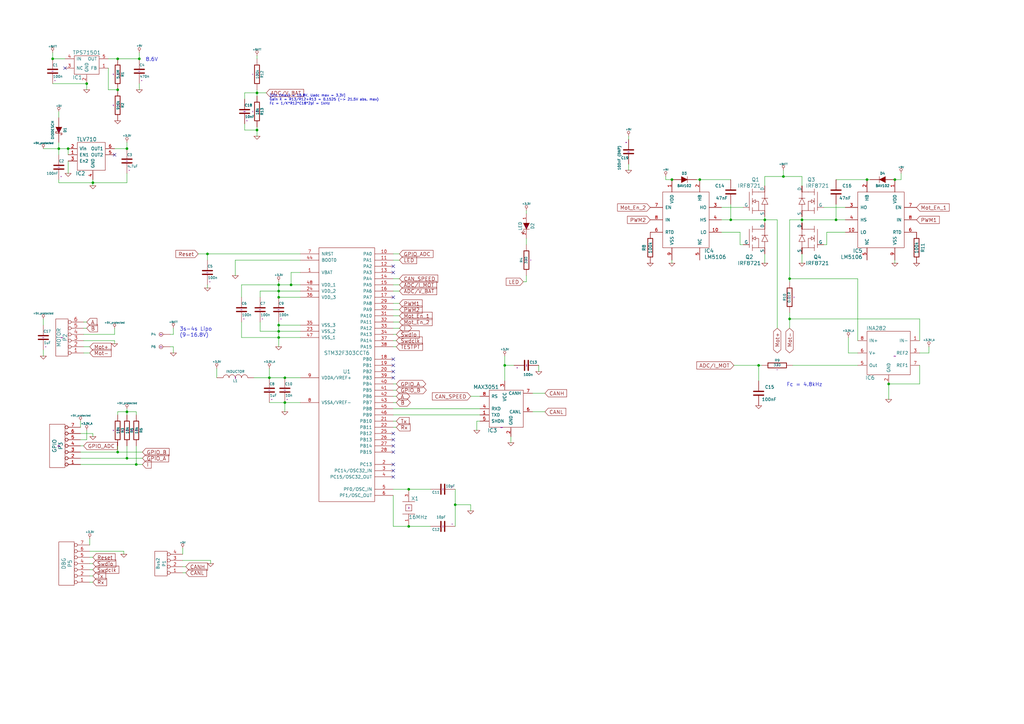
<source format=kicad_sch>
(kicad_sch (version 20230121) (generator eeschema)
  (paper "A3")
  (title_block (title "Motor control board") (date "11 apr 2015") (rev "V00") (company "CVRA"))
  (junction (at 119.38 116.84))
  (junction (at 116.84 165.1))
  (junction (at 167.64 200.66))
  (junction (at 38.1 74.93))
  (junction (at 114.3 135.89))
  (junction (at 207.01 149.86))
  (junction (at 275.59 73.66))
  (junction (at 52.07 60.96))
  (junction (at 355.6 73.66))
  (junction (at 342.9 90.17))
  (junction (at 167.64 215.9))
  (junction (at 323.85 114.3))
  (junction (at 114.3 116.84))
  (junction (at 105.41 53.34))
  (junction (at 328.93 90.17))
  (junction (at 110.49 154.94))
  (junction (at 364.49 157.48))
  (junction (at 52.07 168.91))
  (junction (at 114.3 121.92))
  (junction (at 55.88 190.5))
  (junction (at 114.3 119.38))
  (junction (at 287.02 73.66))
  (junction (at 299.72 90.17))
  (junction (at 27.94 60.96))
  (junction (at 114.3 138.43))
  (junction (at 105.41 38.1))
  (junction (at 57.15 24.13))
  (junction (at 367.03 73.66))
  (junction (at 21.59 24.13))
  (junction (at 24.13 60.96))
  (junction (at 35.56 34.29))
  (junction (at 48.26 185.42))
  (junction (at 48.26 24.13))
  (junction (at 321.31 72.39))
  (junction (at 311.15 149.86))
  (junction (at 313.69 90.17))
  (junction (at 48.26 36.83))
  (junction (at 186.69 207.01))
  (junction (at 323.85 130.81))
  (junction (at 116.84 154.94))
  (junction (at 52.07 187.96))
  (junction (at 114.3 133.35))
  (junction (at 85.09 104.14))
  (no_connect (at 161.29 195.58))
  (no_connect (at 161.29 182.88))
  (no_connect (at 161.29 152.4))
  (no_connect (at 161.29 109.22))
  (no_connect (at 161.29 154.94))
  (no_connect (at 161.29 147.32))
  (no_connect (at 161.29 121.92))
  (no_connect (at 161.29 111.76))
  (no_connect (at 26.67 27.94))
  (no_connect (at 161.29 180.34))
  (no_connect (at 46.99 63.5))
  (no_connect (at 161.29 177.8))
  (no_connect (at 161.29 185.42))
  (no_connect (at 161.29 190.5))
  (no_connect (at 161.29 193.04))
  (no_connect (at 161.29 149.86))
  (wire (pts (xy 100.33 38.1) (xy 100.33 40.64)))
  (wire (pts (xy 46.99 137.16) (xy 46.99 134.62)))
  (wire (pts (xy 273.05 73.66) (xy 275.59 73.66)))
  (wire (pts (xy 24.13 74.93) (xy 38.1 74.93)))
  (wire (pts (xy 369.57 73.66) (xy 367.03 73.66)))
  (wire (pts (xy 36.83 236.22) (xy 38.1 236.22)))
  (wire (pts (xy 163.83 134.62) (xy 161.29 134.62)))
  (wire (pts (xy 313.69 88.9) (xy 313.69 90.17)))
  (wire (pts (xy 299.72 90.17) (xy 313.69 90.17)))
  (wire (pts (xy 323.85 130.81) (xy 323.85 134.62)))
  (wire (pts (xy 318.77 90.17) (xy 318.77 134.62)))
  (wire (pts (xy 74.93 234.95) (xy 76.2 234.95)))
  (wire (pts (xy 163.83 114.3) (xy 161.29 114.3)))
  (wire (pts (xy 114.3 133.35) (xy 114.3 135.89)))
  (wire (pts (xy 351.79 149.86) (xy 325.12 149.86)))
  (wire (pts (xy 207.01 149.86) (xy 207.01 156.21)))
  (wire (pts (xy 214.63 115.57) (xy 215.9 115.57)))
  (wire (pts (xy 105.41 53.34) (xy 105.41 55.88)))
  (wire (pts (xy 52.07 74.93) (xy 52.07 71.12)))
  (wire (pts (xy 347.98 144.78) (xy 347.98 138.43)))
  (wire (pts (xy 36.83 228.6) (xy 38.1 228.6)))
  (wire (pts (xy 27.94 66.04) (xy 27.94 71.12)))
  (wire (pts (xy 162.56 162.56) (xy 161.29 162.56)))
  (wire (pts (xy 351.79 144.78) (xy 347.98 144.78)))
  (wire (pts (xy 114.3 138.43) (xy 114.3 142.24)))
  (wire (pts (xy 285.75 73.66) (xy 287.02 73.66)))
  (wire (pts (xy 311.15 156.21) (xy 311.15 149.86)))
  (wire (pts (xy 313.69 104.14) (xy 313.69 107.95)))
  (wire (pts (xy 52.07 168.91) (xy 55.88 168.91)))
  (wire (pts (xy 328.93 90.17) (xy 328.93 91.44)))
  (wire (pts (xy 85.09 118.11) (xy 85.09 116.84)))
  (wire (pts (xy 163.83 132.08) (xy 161.29 132.08)))
  (wire (pts (xy 34.29 137.16) (xy 46.99 137.16)))
  (wire (pts (xy 167.64 200.66) (xy 176.53 200.66)))
  (wire (pts (xy 161.29 215.9) (xy 167.64 215.9)))
  (wire (pts (xy 71.12 137.16) (xy 71.12 134.62)))
  (wire (pts (xy 88.9 151.13) (xy 88.9 154.94)))
  (wire (pts (xy 110.49 165.1) (xy 116.84 165.1)))
  (wire (pts (xy 99.06 116.84) (xy 114.3 116.84)))
  (wire (pts (xy 38.1 179.07) (xy 38.1 177.8)))
  (wire (pts (xy 99.06 138.43) (xy 99.06 132.08)))
  (wire (pts (xy 193.04 162.56) (xy 196.85 162.56)))
  (wire (pts (xy 161.29 167.64) (xy 196.85 167.64)))
  (wire (pts (xy 46.99 140.97) (xy 46.99 139.7)))
  (wire (pts (xy 295.91 85.09) (xy 304.8 85.09)))
  (wire (pts (xy 34.29 142.24) (xy 36.83 142.24)))
  (wire (pts (xy 119.38 111.76) (xy 123.19 111.76)))
  (wire (pts (xy 119.38 116.84) (xy 123.19 116.84)))
  (wire (pts (xy 328.93 88.9) (xy 328.93 90.17)))
  (wire (pts (xy 81.28 104.14) (xy 85.09 104.14)))
  (wire (pts (xy 377.19 144.78) (xy 381 144.78)))
  (wire (pts (xy 323.85 90.17) (xy 328.93 90.17)))
  (wire (pts (xy 99.06 138.43) (xy 114.3 138.43)))
  (wire (pts (xy 116.84 165.1) (xy 116.84 168.91)))
  (wire (pts (xy 48.26 168.91) (xy 52.07 168.91)))
  (wire (pts (xy 34.29 182.88) (xy 33.02 182.88)))
  (wire (pts (xy 162.56 175.26) (xy 161.29 175.26)))
  (wire (pts (xy 273.05 72.39) (xy 273.05 73.66)))
  (wire (pts (xy 38.1 177.8) (xy 33.02 177.8)))
  (wire (pts (xy 116.84 165.1) (xy 123.19 165.1)))
  (wire (pts (xy 44.45 36.83) (xy 48.26 36.83)))
  (wire (pts (xy 48.26 182.88) (xy 48.26 185.42)))
  (wire (pts (xy 17.78 133.35) (xy 17.78 130.81)))
  (wire (pts (xy 207.01 149.86) (xy 210.82 149.86)))
  (wire (pts (xy 24.13 45.72) (xy 24.13 48.26)))
  (wire (pts (xy 55.88 190.5) (xy 58.42 190.5)))
  (wire (pts (xy 161.29 106.68) (xy 163.83 106.68)))
  (wire (pts (xy 313.69 72.39) (xy 321.31 72.39)))
  (wire (pts (xy 220.98 149.86) (xy 220.98 152.4)))
  (wire (pts (xy 17.78 146.05) (xy 17.78 143.51)))
  (wire (pts (xy 99.06 116.84) (xy 99.06 121.92)))
  (wire (pts (xy 114.3 135.89) (xy 114.3 138.43)))
  (wire (pts (xy 114.3 121.92) (xy 123.19 121.92)))
  (wire (pts (xy 114.3 135.89) (xy 123.19 135.89)))
  (wire (pts (xy 323.85 90.17) (xy 323.85 114.3)))
  (wire (pts (xy 46.99 139.7) (xy 34.29 139.7)))
  (wire (pts (xy 69.85 137.16) (xy 71.12 137.16)))
  (wire (pts (xy 116.84 154.94) (xy 123.19 154.94)))
  (wire (pts (xy 303.53 95.25) (xy 295.91 95.25)))
  (wire (pts (xy 163.83 124.46) (xy 161.29 124.46)))
  (wire (pts (xy 328.93 72.39) (xy 328.93 76.2)))
  (wire (pts (xy 24.13 74.93) (xy 24.13 73.66)))
  (wire (pts (xy 257.81 55.88) (xy 257.81 57.15)))
  (wire (pts (xy 162.56 142.24) (xy 161.29 142.24)))
  (wire (pts (xy 50.8 226.06) (xy 50.8 227.33)))
  (wire (pts (xy 110.49 151.13) (xy 110.49 154.94)))
  (wire (pts (xy 52.07 168.91) (xy 52.07 170.18)))
  (wire (pts (xy 119.38 116.84) (xy 119.38 111.76)))
  (wire (pts (xy 351.79 139.7) (xy 351.79 114.3)))
  (wire (pts (xy 339.09 95.25) (xy 339.09 100.33)))
  (wire (pts (xy 100.33 53.34) (xy 105.41 53.34)))
  (wire (pts (xy 106.68 119.38) (xy 106.68 121.92)))
  (wire (pts (xy 364.49 157.48) (xy 377.19 157.48)))
  (wire (pts (xy 57.15 24.13) (xy 57.15 21.59)))
  (wire (pts (xy 105.41 36.83) (xy 105.41 38.1)))
  (wire (pts (xy 38.1 74.93) (xy 52.07 74.93)))
  (wire (pts (xy 24.13 60.96) (xy 24.13 63.5)))
  (wire (pts (xy 36.83 226.06) (xy 50.8 226.06)))
  (wire (pts (xy 328.93 90.17) (xy 342.9 90.17)))
  (wire (pts (xy 162.56 139.7) (xy 161.29 139.7)))
  (wire (pts (xy 46.99 60.96) (xy 52.07 60.96)))
  (wire (pts (xy 193.04 207.01) (xy 186.69 207.01)))
  (wire (pts (xy 351.79 114.3) (xy 323.85 114.3)))
  (wire (pts (xy 323.85 114.3) (xy 323.85 115.57)))
  (wire (pts (xy 299.72 83.82) (xy 299.72 90.17)))
  (wire (pts (xy 52.07 187.96) (xy 58.42 187.96)))
  (wire (pts (xy 74.93 227.33) (xy 74.93 224.79)))
  (wire (pts (xy 209.55 179.07) (xy 209.55 181.61)))
  (wire (pts (xy 114.3 115.57) (xy 114.3 116.84)))
  (wire (pts (xy 367.03 106.68) (xy 367.03 107.95)))
  (wire (pts (xy 161.29 203.2) (xy 161.29 215.9)))
  (wire (pts (xy 17.78 60.96) (xy 24.13 60.96)))
  (wire (pts (xy 123.19 106.68) (xy 96.52 106.68)))
  (wire (pts (xy 163.83 119.38) (xy 161.29 119.38)))
  (wire (pts (xy 114.3 119.38) (xy 123.19 119.38)))
  (wire (pts (xy 86.36 229.87) (xy 86.36 231.14)))
  (wire (pts (xy 215.9 86.36) (xy 215.9 87.63)))
  (wire (pts (xy 114.3 132.08) (xy 114.3 133.35)))
  (wire (pts (xy 35.56 34.29) (xy 21.59 34.29)))
  (wire (pts (xy 74.93 232.41) (xy 76.2 232.41)))
  (wire (pts (xy 377.19 130.81) (xy 323.85 130.81)))
  (wire (pts (xy 55.88 182.88) (xy 55.88 190.5)))
  (wire (pts (xy 300.99 149.86) (xy 311.15 149.86)))
  (wire (pts (xy 85.09 104.14) (xy 123.19 104.14)))
  (wire (pts (xy 52.07 60.96) (xy 52.07 58.42)))
  (wire (pts (xy 105.41 38.1) (xy 105.41 39.37)))
  (wire (pts (xy 114.3 138.43) (xy 123.19 138.43)))
  (wire (pts (xy 381 144.78) (xy 381 142.24)))
  (wire (pts (xy 161.29 200.66) (xy 167.64 200.66)))
  (wire (pts (xy 52.07 182.88) (xy 52.07 187.96)))
  (wire (pts (xy 193.04 209.55) (xy 193.04 207.01)))
  (wire (pts (xy 215.9 115.57) (xy 215.9 113.03)))
  (wire (pts (xy 114.3 119.38) (xy 114.3 121.92)))
  (wire (pts (xy 36.83 238.76) (xy 38.1 238.76)))
  (wire (pts (xy 48.26 24.13) (xy 57.15 24.13)))
  (wire (pts (xy 96.52 106.68) (xy 96.52 113.03)))
  (wire (pts (xy 24.13 58.42) (xy 24.13 60.96)))
  (wire (pts (xy 105.41 38.1) (xy 109.22 38.1)))
  (wire (pts (xy 295.91 90.17) (xy 299.72 90.17)))
  (wire (pts (xy 218.44 168.91) (xy 223.52 168.91)))
  (wire (pts (xy 342.9 73.66) (xy 355.6 73.66)))
  (wire (pts (xy 34.29 132.08) (xy 35.56 132.08)))
  (wire (pts (xy 106.68 135.89) (xy 114.3 135.89)))
  (wire (pts (xy 27.94 60.96) (xy 27.94 63.5)))
  (wire (pts (xy 33.02 190.5) (xy 55.88 190.5)))
  (wire (pts (xy 313.69 72.39) (xy 313.69 76.2)))
  (wire (pts (xy 33.02 180.34) (xy 35.56 180.34)))
  (wire (pts (xy 85.09 104.14) (xy 85.09 106.68)))
  (wire (pts (xy 323.85 128.27) (xy 323.85 130.81)))
  (wire (pts (xy 162.56 157.48) (xy 161.29 157.48)))
  (wire (pts (xy 34.29 144.78) (xy 36.83 144.78)))
  (wire (pts (xy 186.69 200.66) (xy 186.69 207.01)))
  (wire (pts (xy 339.09 100.33) (xy 337.82 100.33)))
  (wire (pts (xy 369.57 71.12) (xy 369.57 73.66)))
  (wire (pts (xy 342.9 90.17) (xy 346.71 90.17)))
  (wire (pts (xy 163.83 129.54) (xy 161.29 129.54)))
  (wire (pts (xy 57.15 34.29) (xy 57.15 36.83)))
  (wire (pts (xy 196.85 172.72) (xy 195.58 172.72)))
  (wire (pts (xy 71.12 142.24) (xy 71.12 144.78)))
  (wire (pts (xy 162.56 137.16) (xy 161.29 137.16)))
  (wire (pts (xy 196.85 170.18) (xy 161.29 170.18)))
  (wire (pts (xy 33.02 187.96) (xy 52.07 187.96)))
  (wire (pts (xy 36.83 233.68) (xy 38.1 233.68)))
  (wire (pts (xy 104.14 154.94) (xy 110.49 154.94)))
  (wire (pts (xy 257.81 67.31) (xy 257.81 69.85)))
  (wire (pts (xy 311.15 149.86) (xy 312.42 149.86)))
  (wire (pts (xy 21.59 24.13) (xy 21.59 21.59)))
  (wire (pts (xy 364.49 157.48) (xy 364.49 163.83)))
  (wire (pts (xy 44.45 24.13) (xy 48.26 24.13)))
  (wire (pts (xy 35.56 34.29) (xy 35.56 36.83)))
  (wire (pts (xy 303.53 100.33) (xy 304.8 100.33)))
  (wire (pts (xy 321.31 72.39) (xy 328.93 72.39)))
  (wire (pts (xy 114.3 116.84) (xy 119.38 116.84)))
  (wire (pts (xy 44.45 27.94) (xy 44.45 36.83)))
  (wire (pts (xy 162.56 172.72) (xy 161.29 172.72)))
  (wire (pts (xy 163.83 127) (xy 161.29 127)))
  (wire (pts (xy 123.19 133.35) (xy 114.3 133.35)))
  (wire (pts (xy 321.31 72.39) (xy 321.31 69.85)))
  (wire (pts (xy 313.69 90.17) (xy 313.69 91.44)))
  (wire (pts (xy 33.02 175.26) (xy 33.02 172.72)))
  (wire (pts (xy 35.56 180.34) (xy 35.56 176.53)))
  (wire (pts (xy 186.69 207.01) (xy 186.69 215.9)))
  (wire (pts (xy 106.68 135.89) (xy 106.68 132.08)))
  (wire (pts (xy 55.88 168.91) (xy 55.88 170.18)))
  (wire (pts (xy 26.67 24.13) (xy 21.59 24.13)))
  (wire (pts (xy 105.41 52.07) (xy 105.41 53.34)))
  (wire (pts (xy 33.02 185.42) (xy 48.26 185.42)))
  (wire (pts (xy 167.64 215.9) (xy 176.53 215.9)))
  (wire (pts (xy 114.3 116.84) (xy 114.3 119.38)))
  (wire (pts (xy 38.1 73.66) (xy 38.1 74.93)))
  (wire (pts (xy 34.29 134.62) (xy 35.56 134.62)))
  (wire (pts (xy 346.71 85.09) (xy 337.82 85.09)))
  (wire (pts (xy 328.93 104.14) (xy 328.93 107.95)))
  (wire (pts (xy 36.83 231.14) (xy 38.1 231.14)))
  (wire (pts (xy 100.33 50.8) (xy 100.33 53.34)))
  (wire (pts (xy 377.19 139.7) (xy 377.19 130.81)))
  (wire (pts (xy 303.53 95.25) (xy 303.53 100.33)))
  (wire (pts (xy 52.07 167.64) (xy 52.07 168.91)))
  (wire (pts (xy 106.68 119.38) (xy 114.3 119.38)))
  (wire (pts (xy 105.41 22.86) (xy 105.41 24.13)))
  (wire (pts (xy 48.26 185.42) (xy 58.42 185.42)))
  (wire (pts (xy 346.71 95.25) (xy 339.09 95.25)))
  (wire (pts (xy 48.26 170.18) (xy 48.26 168.91)))
  (wire (pts (xy 36.83 223.52) (xy 36.83 220.98)))
  (wire (pts (xy 207.01 146.05) (xy 207.01 149.86)))
  (wire (pts (xy 195.58 172.72) (xy 195.58 176.53)))
  (wire (pts (xy 355.6 73.66) (xy 356.87 73.66)))
  (wire (pts (xy 287.02 73.66) (xy 299.72 73.66)))
  (wire (pts (xy 163.83 104.14) (xy 161.29 104.14)))
  (wire (pts (xy 38.1 74.93) (xy 38.1 76.2)))
  (wire (pts (xy 275.59 106.68) (xy 275.59 107.95)))
  (wire (pts (xy 218.44 161.29) (xy 223.52 161.29)))
  (wire (pts (xy 342.9 90.17) (xy 342.9 83.82)))
  (wire (pts (xy 74.93 229.87) (xy 86.36 229.87)))
  (wire (pts (xy 69.85 142.24) (xy 71.12 142.24)))
  (wire (pts (xy 162.56 160.02) (xy 161.29 160.02)))
  (wire (pts (xy 163.83 116.84) (xy 161.29 116.84)))
  (wire (pts (xy 377.19 157.48) (xy 377.19 149.86)))
  (wire (pts (xy 162.56 165.1) (xy 161.29 165.1)))
  (wire (pts (xy 110.49 154.94) (xy 116.84 154.94)))
  (wire (pts (xy 24.13 60.96) (xy 27.94 60.96)))
  (wire (pts (xy 313.69 90.17) (xy 318.77 90.17)))
  (wire (pts (xy 215.9 97.79) (xy 215.9 100.33)))
  (wire (pts (xy 100.33 38.1) (xy 105.41 38.1)))
  (text "3s-4s Lipo\n(9-16.8V)" (at 73.66 138.43 0) (effects (font (size 1.524 1.524)) (justify left bottom)))
  (text "Fc = 4.8kHz" (at 322.58 158.75 0) (effects (font (size 1.524 1.524)) (justify left bottom)))
  (text "[Uin (max) = 16.8V, Uadc max = 3.3V]\nGain K = R13/R12+R13 = 0.1525 (-> 21.5V abs. max)\nFc = 1/K*R12*C18*2pi = 1kHz" (at 110.49 43.18 0) (effects (font (size 1.016 1.016)) (justify left bottom)))
  (text "8.6V" (at 59.69 25.4 0) (effects (font (size 1.524 1.524)) (justify left bottom)))
  (global_label "Mot-" (shape bidirectional) (at 323.85 134.62 270) (effects (font (size 1.524 1.524))) (property "Intersheetrefs" "${INTERSHEET_REFS}" (effects hide)))
  (global_label "ADC/V_BAT" (shape input) (at 109.22 38.1 0) (effects (font (size 1.524 1.524))) (property "Intersheetrefs" "${INTERSHEET_REFS}" (effects hide)))
  (global_label "GPIO_A" (shape bidirectional) (at 162.56 157.48 0) (effects (font (size 1.524 1.524))) (property "Intersheetrefs" "${INTERSHEET_REFS}" (effects hide)))
  (global_label "GPIO_B" (shape input) (at 58.42 185.42 0) (effects (font (size 1.524 1.524))) (property "Intersheetrefs" "${INTERSHEET_REFS}" (effects hide)))
  (global_label "B" (shape input) (at 35.56 134.62 0) (effects (font (size 1.524 1.524))) (property "Intersheetrefs" "${INTERSHEET_REFS}" (effects hide)))
  (global_label "Mot_En_2" (shape input) (at 163.83 132.08 0) (effects (font (size 1.524 1.524))) (property "Intersheetrefs" "${INTERSHEET_REFS}" (effects hide)))
  (global_label "I" (shape bidirectional) (at 163.83 134.62 0) (effects (font (size 1.524 1.524))) (property "Intersheetrefs" "${INTERSHEET_REFS}" (effects hide)))
  (global_label "Rx" (shape input) (at 38.1 238.76 0) (effects (font (size 1.524 1.524))) (property "Intersheetrefs" "${INTERSHEET_REFS}" (effects hide)))
  (global_label "Reset" (shape input) (at 81.28 104.14 180) (effects (font (size 1.524 1.524))) (property "Intersheetrefs" "${INTERSHEET_REFS}" (effects hide)))
  (global_label "PWM1" (shape input) (at 163.83 124.46 0) (effects (font (size 1.524 1.524))) (property "Intersheetrefs" "${INTERSHEET_REFS}" (effects hide)))
  (global_label "A" (shape input) (at 35.56 132.08 0) (effects (font (size 1.524 1.524))) (property "Intersheetrefs" "${INTERSHEET_REFS}" (effects hide)))
  (global_label "Swdclk" (shape input) (at 162.56 139.7 0) (effects (font (size 1.524 1.524))) (property "Intersheetrefs" "${INTERSHEET_REFS}" (effects hide)))
  (global_label "CANL" (shape input) (at 223.52 168.91 0) (effects (font (size 1.524 1.524))) (property "Intersheetrefs" "${INTERSHEET_REFS}" (effects hide)))
  (global_label "Mot_En_1" (shape input) (at 375.92 85.09 0) (effects (font (size 1.524 1.524))) (property "Intersheetrefs" "${INTERSHEET_REFS}" (effects hide)))
  (global_label "ADC/I_MOT" (shape input) (at 163.83 116.84 0) (effects (font (size 1.524 1.524))) (property "Intersheetrefs" "${INTERSHEET_REFS}" (effects hide)))
  (global_label "Swdio" (shape input) (at 162.56 137.16 0) (effects (font (size 1.524 1.524))) (property "Intersheetrefs" "${INTERSHEET_REFS}" (effects hide)))
  (global_label "ADC/I_MOT" (shape input) (at 300.99 149.86 180) (effects (font (size 1.524 1.524))) (property "Intersheetrefs" "${INTERSHEET_REFS}" (effects hide)))
  (global_label "A" (shape bidirectional) (at 162.56 162.56 0) (effects (font (size 1.524 1.524))) (property "Intersheetrefs" "${INTERSHEET_REFS}" (effects hide)))
  (global_label "PWM2" (shape input) (at 266.7 90.17 180) (effects (font (size 1.524 1.524))) (property "Intersheetrefs" "${INTERSHEET_REFS}" (effects hide)))
  (global_label "Reset" (shape input) (at 38.1 228.6 0) (effects (font (size 1.524 1.524))) (property "Intersheetrefs" "${INTERSHEET_REFS}" (effects hide)))
  (global_label "ADC/V_BAT" (shape input) (at 163.83 119.38 0) (effects (font (size 1.524 1.524))) (property "Intersheetrefs" "${INTERSHEET_REFS}" (effects hide)))
  (global_label "GPIO_ADC" (shape input) (at 163.83 104.14 0) (effects (font (size 1.524 1.524))) (property "Intersheetrefs" "${INTERSHEET_REFS}" (effects hide)))
  (global_label "Swdclk" (shape input) (at 38.1 233.68 0) (effects (font (size 1.524 1.524))) (property "Intersheetrefs" "${INTERSHEET_REFS}" (effects hide)))
  (global_label "GPIO_B" (shape bidirectional) (at 162.56 160.02 0) (effects (font (size 1.524 1.524))) (property "Intersheetrefs" "${INTERSHEET_REFS}" (effects hide)))
  (global_label "Tx" (shape input) (at 38.1 236.22 0) (effects (font (size 1.524 1.524))) (property "Intersheetrefs" "${INTERSHEET_REFS}" (effects hide)))
  (global_label "Rx" (shape input) (at 162.56 175.26 0) (effects (font (size 1.524 1.524))) (property "Intersheetrefs" "${INTERSHEET_REFS}" (effects hide)))
  (global_label "CANH" (shape input) (at 223.52 161.29 0) (effects (font (size 1.524 1.524))) (property "Intersheetrefs" "${INTERSHEET_REFS}" (effects hide)))
  (global_label "Mot-" (shape input) (at 36.83 144.78 0) (effects (font (size 1.524 1.524))) (property "Intersheetrefs" "${INTERSHEET_REFS}" (effects hide)))
  (global_label "PWM1" (shape input) (at 375.92 90.17 0) (effects (font (size 1.524 1.524))) (property "Intersheetrefs" "${INTERSHEET_REFS}" (effects hide)))
  (global_label "I" (shape input) (at 58.42 190.5 0) (effects (font (size 1.524 1.524))) (property "Intersheetrefs" "${INTERSHEET_REFS}" (effects hide)))
  (global_label "CANL" (shape input) (at 76.2 234.95 0) (effects (font (size 1.524 1.524))) (property "Intersheetrefs" "${INTERSHEET_REFS}" (effects hide)))
  (global_label "Mot_En_1" (shape input) (at 163.83 129.54 0) (effects (font (size 1.524 1.524))) (property "Intersheetrefs" "${INTERSHEET_REFS}" (effects hide)))
  (global_label "Mot+" (shape bidirectional) (at 318.77 134.62 270) (effects (font (size 1.524 1.524))) (property "Intersheetrefs" "${INTERSHEET_REFS}" (effects hide)))
  (global_label "CANH" (shape input) (at 76.2 232.41 0) (effects (font (size 1.524 1.524))) (property "Intersheetrefs" "${INTERSHEET_REFS}" (effects hide)))
  (global_label "LED" (shape input) (at 214.63 115.57 180) (effects (font (size 1.524 1.524))) (property "Intersheetrefs" "${INTERSHEET_REFS}" (effects hide)))
  (global_label "LED" (shape input) (at 163.83 106.68 0) (effects (font (size 1.524 1.524))) (property "Intersheetrefs" "${INTERSHEET_REFS}" (effects hide)))
  (global_label "GPIO_ADC" (shape input) (at 34.29 182.88 0) (effects (font (size 1.524 1.524))) (property "Intersheetrefs" "${INTERSHEET_REFS}" (effects hide)))
  (global_label "Mot_En_2" (shape input) (at 266.7 85.09 180) (effects (font (size 1.524 1.524))) (property "Intersheetrefs" "${INTERSHEET_REFS}" (effects hide)))
  (global_label "CAN_SPEED" (shape input) (at 163.83 114.3 0) (effects (font (size 1.524 1.524))) (property "Intersheetrefs" "${INTERSHEET_REFS}" (effects hide)))
  (global_label "TESTPT" (shape input) (at 162.56 142.24 0) (effects (font (size 1.524 1.524))) (property "Intersheetrefs" "${INTERSHEET_REFS}" (effects hide)))
  (global_label "PWM2" (shape input) (at 163.83 127 0) (effects (font (size 1.524 1.524))) (property "Intersheetrefs" "${INTERSHEET_REFS}" (effects hide)))
  (global_label "Tx" (shape input) (at 162.56 172.72 0) (effects (font (size 1.524 1.524))) (property "Intersheetrefs" "${INTERSHEET_REFS}" (effects hide)))
  (global_label "CAN_SPEED" (shape input) (at 193.04 162.56 180) (effects (font (size 1.524 1.524))) (property "Intersheetrefs" "${INTERSHEET_REFS}" (effects hide)))
  (global_label "Swdio" (shape input) (at 38.1 231.14 0) (effects (font (size 1.524 1.524))) (property "Intersheetrefs" "${INTERSHEET_REFS}" (effects hide)))
  (global_label "B" (shape bidirectional) (at 162.56 165.1 0) (effects (font (size 1.524 1.524))) (property "Intersheetrefs" "${INTERSHEET_REFS}" (effects hide)))
  (global_label "GPIO_A" (shape input) (at 58.42 187.96 0) (effects (font (size 1.524 1.524))) (property "Intersheetrefs" "${INTERSHEET_REFS}" (effects hide)))
  (global_label "Mot+" (shape input) (at 36.83 142.24 0) (effects (font (size 1.524 1.524))) (property "Intersheetrefs" "${INTERSHEET_REFS}" (effects hide)))
  (symbol (lib_id "Moteur-rescue:INA282") (at 364.49 144.78 0) (unit 1)
    (property "Reference" "IC6" (at 356.87 154.94 0) (effects (font (size 1.524 1.524))))
    (property "Value" "INA282" (at 359.41 134.62 0) (effects (font (size 1.524 1.524))))
    (property "Footprint" "~" (at 367.03 146.05 0) (effects (font (size 1.524 1.524))))
    (property "Datasheet" "~" (at 367.03 146.05 0) (effects (font (size 1.524 1.524))))
  )
  (symbol (lib_id "Moteur-rescue:TLV710") (at 36.83 67.31 0) (unit 1)
    (property "Reference" "IC2" (at 33.02 71.12 0) (effects (font (size 1.524 1.524))))
    (property "Value" "TLV710" (at 35.56 57.15 0) (effects (font (size 1.524 1.524))))
  )
  (symbol (lib_id "Moteur-rescue:C") (at 24.13 68.58 0) (unit 1)
    (property "Reference" "C2" (at 24.13 66.04 0) (effects (font (size 1.016 1.016)) (justify left)))
    (property "Value" "100nF" (at 19.05 71.12 0) (effects (font (size 1.016 1.016)) (justify left)))
    (property "Footprint" "~" (at 25.0952 72.39 0) (effects (font (size 0.762 0.762))))
    (property "Datasheet" "~" (at 24.13 68.58 0) (effects (font (size 1.524 1.524))))
  )
  (symbol (lib_id "Moteur-rescue:C") (at 52.07 66.04 0) (unit 1)
    (property "Reference" "C3" (at 52.07 63.5 0) (effects (font (size 1.016 1.016)) (justify left)))
    (property "Value" "4.7uF" (at 52.2224 68.199 0) (effects (font (size 1.016 1.016)) (justify left)))
    (property "Footprint" "~" (at 53.0352 69.85 0) (effects (font (size 0.762 0.762))))
    (property "Datasheet" "~" (at 52.07 66.04 0) (effects (font (size 1.524 1.524))))
  )
  (symbol (lib_id "Moteur-rescue:GND") (at 38.1 76.2 0) (unit 1)
    (property "Reference" "#PWR01" (effects hide))
    (property "Value" "GND" (effects hide))
  )
  (symbol (lib_id "Moteur-rescue:STM32F303CCT6") (at 142.24 153.67 0) (unit 1)
    (property "Reference" "U1" (at 142.24 152.4 0) (effects (font (size 1.524 1.524))))
    (property "Value" "STM32F303CCT6" (at 142.24 144.78 0) (effects (font (size 1.524 1.524))))
    (property "Footprint" "MODULE" (effects hide))
    (property "Datasheet" "DOCUMENTATION" (effects hide))
  )
  (symbol (lib_id "Moteur-rescue:+3.3V") (at 36.83 220.98 0) (unit 1)
    (property "Reference" "#PWR02" (effects hide))
    (property "Value" "+3.3V" (at 36.83 218.186 0) (effects (font (size 0.762 0.762))))
  )
  (symbol (lib_id "Moteur-rescue:DIODE") (at 280.67 73.66 0) (unit 1)
    (property "Reference" "D3" (at 280.67 71.12 0) (effects (font (size 1.016 1.016))))
    (property "Value" "BAV102" (at 280.67 76.2 0) (effects (font (size 1.016 1.016))))
    (property "Footprint" "diode-1-SOD80C" (effects hide))
  )
  (symbol (lib_id "Moteur-rescue:C") (at 299.72 78.74 0) (mirror y) (unit 1)
    (property "Reference" "C14" (at 297.18 76.2 0) (effects (justify left)))
    (property "Value" "47nF" (at 298.45 81.28 0) (effects (justify left)))
    (property "Footprint" "SM1206" (effects hide))
  )
  (symbol (lib_id "Moteur-rescue:GND") (at 275.59 107.95 0) (unit 1)
    (property "Reference" "#PWR03" (effects hide))
    (property "Value" "GND" (effects hide))
  )
  (symbol (lib_id "Moteur-rescue:GND") (at 313.69 107.95 0) (unit 1)
    (property "Reference" "#PWR04" (effects hide))
    (property "Value" "GND" (effects hide))
  )
  (symbol (lib_id "Moteur-rescue:IRF8721") (at 311.15 82.55 0) (unit 1)
    (property "Reference" "Q1" (at 309.88 73.66 0) (effects (font (size 1.524 1.524))))
    (property "Value" "IRF8721" (at 307.34 76.2 0) (effects (font (size 1.524 1.524))))
    (property "Footprint" "transistor-power-SOT669" (effects hide))
  )
  (symbol (lib_id "Moteur-rescue:IRF8721") (at 311.15 97.79 0) (unit 1)
    (property "Reference" "Q2" (at 307.34 105.41 0) (effects (font (size 1.524 1.524))))
    (property "Value" "IRF8721" (at 307.34 107.95 0) (effects (font (size 1.524 1.524))))
    (property "Footprint" "transistor-power-SOT669" (effects hide))
  )
  (symbol (lib_id "Moteur-rescue:R") (at 266.7 101.6 0) (unit 1)
    (property "Reference" "R8" (at 264.16 101.6 90))
    (property "Value" "100k" (at 266.7 101.6 90))
    (property "Footprint" "SM0805" (effects hide))
  )
  (symbol (lib_id "Moteur-rescue:LM5106") (at 280.67 90.17 0) (unit 1)
    (property "Reference" "IC4" (at 290.83 102.87 0) (effects (font (size 1.524 1.524))))
    (property "Value" "LM5106" (at 293.37 105.41 0) (effects (font (size 1.524 1.524))))
  )
  (symbol (lib_id "Moteur-rescue:GND") (at 266.7 107.95 0) (unit 1)
    (property "Reference" "#PWR05" (effects hide))
    (property "Value" "GND" (effects hide))
  )
  (symbol (lib_id "Moteur-rescue:GND") (at 375.92 107.95 0) (mirror y) (unit 1)
    (property "Reference" "#PWR06" (effects hide))
    (property "Value" "GND" (effects hide))
  )
  (symbol (lib_id "Moteur-rescue:LM5106") (at 361.95 90.17 0) (mirror y) (unit 1)
    (property "Reference" "IC5" (at 351.79 102.87 0) (effects (font (size 1.524 1.524))))
    (property "Value" "LM5106" (at 349.25 105.41 0) (effects (font (size 1.524 1.524))))
  )
  (symbol (lib_id "Moteur-rescue:R") (at 375.92 101.6 0) (mirror y) (unit 1)
    (property "Reference" "R11" (at 378.46 101.6 90))
    (property "Value" "100k" (at 375.92 101.6 90))
    (property "Footprint" "SM0805" (effects hide))
  )
  (symbol (lib_id "Moteur-rescue:IRF8721") (at 331.47 97.79 0) (mirror y) (unit 1)
    (property "Reference" "Q4" (at 335.28 105.41 0) (effects (font (size 1.524 1.524))))
    (property "Value" "IRF8721" (at 335.28 107.95 0) (effects (font (size 1.524 1.524))))
    (property "Footprint" "transistor-power-SOT669" (effects hide))
  )
  (symbol (lib_id "Moteur-rescue:IRF8721") (at 331.47 82.55 0) (mirror y) (unit 1)
    (property "Reference" "Q3" (at 332.74 73.66 0) (effects (font (size 1.524 1.524))))
    (property "Value" "IRF8721" (at 335.28 76.2 0) (effects (font (size 1.524 1.524))))
    (property "Footprint" "transistor-power-SOT669" (effects hide))
  )
  (symbol (lib_id "Moteur-rescue:GND") (at 328.93 107.95 0) (mirror y) (unit 1)
    (property "Reference" "#PWR07" (effects hide))
    (property "Value" "GND" (effects hide))
  )
  (symbol (lib_id "Moteur-rescue:GND") (at 367.03 107.95 0) (mirror y) (unit 1)
    (property "Reference" "#PWR08" (effects hide))
    (property "Value" "GND" (effects hide))
  )
  (symbol (lib_id "Moteur-rescue:C") (at 342.9 78.74 0) (unit 1)
    (property "Reference" "C16" (at 345.44 76.2 0) (effects (justify left)))
    (property "Value" "47nF" (at 344.17 81.28 0) (effects (justify left)))
    (property "Footprint" "SM1206" (effects hide))
  )
  (symbol (lib_id "Moteur-rescue:DIODE") (at 361.95 73.66 0) (mirror y) (unit 1)
    (property "Reference" "D4" (at 361.95 71.12 0) (effects (font (size 1.016 1.016))))
    (property "Value" "BAV102" (at 361.95 76.2 0) (effects (font (size 1.016 1.016))))
    (property "Footprint" "diode-1-SOD80C" (effects hide))
  )
  (symbol (lib_id "Moteur-rescue:TPS71501") (at 34.29 33.02 0) (unit 1)
    (property "Reference" "IC1" (at 31.75 31.75 0) (effects (font (size 1.524 1.524))))
    (property "Value" "TPS71501" (at 35.56 21.59 0) (effects (font (size 1.524 1.524))))
  )
  (symbol (lib_id "Moteur-rescue:C") (at 21.59 29.21 0) (unit 1)
    (property "Reference" "C1" (at 21.59 26.67 0) (effects (font (size 1.016 1.016)) (justify left)))
    (property "Value" "100n" (at 21.7424 31.369 0) (effects (font (size 1.016 1.016)) (justify left)))
    (property "Footprint" "~" (at 22.5552 33.02 0) (effects (font (size 0.762 0.762))))
    (property "Datasheet" "~" (at 21.59 29.21 0) (effects (font (size 1.524 1.524))))
  )
  (symbol (lib_id "Moteur-rescue:C") (at 57.15 29.21 0) (unit 1)
    (property "Reference" "C4" (at 57.15 26.67 0) (effects (font (size 1.016 1.016)) (justify left)))
    (property "Value" "470n" (at 57.3024 31.369 0) (effects (font (size 1.016 1.016)) (justify left)))
    (property "Footprint" "~" (at 58.1152 33.02 0) (effects (font (size 0.762 0.762))))
    (property "Datasheet" "~" (at 57.15 29.21 0) (effects (font (size 1.524 1.524))))
  )
  (symbol (lib_id "Moteur-rescue:R") (at 48.26 30.48 0) (unit 1)
    (property "Reference" "R1" (at 50.292 30.48 90) (effects (font (size 1.016 1.016))))
    (property "Value" "5.6M" (at 48.4378 30.4546 90) (effects (font (size 1.016 1.016))))
    (property "Footprint" "~" (at 46.482 30.48 90) (effects (font (size 0.762 0.762))))
    (property "Datasheet" "~" (at 48.26 30.48 0) (effects (font (size 0.762 0.762))))
  )
  (symbol (lib_id "Moteur-rescue:R") (at 48.26 43.18 0) (unit 1)
    (property "Reference" "R2" (at 50.292 43.18 90) (effects (font (size 1.016 1.016))))
    (property "Value" "910k" (at 48.4378 43.1546 90) (effects (font (size 1.016 1.016))))
    (property "Footprint" "~" (at 46.482 43.18 90) (effects (font (size 0.762 0.762))))
    (property "Datasheet" "~" (at 48.26 43.18 0) (effects (font (size 0.762 0.762))))
  )
  (symbol (lib_id "Moteur-rescue:GND") (at 35.56 36.83 0) (unit 1)
    (property "Reference" "#PWR09" (effects hide))
    (property "Value" "GND" (effects hide))
  )
  (symbol (lib_id "Moteur-rescue:GND") (at 48.26 49.53 0) (unit 1)
    (property "Reference" "#PWR010" (effects hide))
    (property "Value" "GND" (effects hide))
  )
  (symbol (lib_id "Moteur-rescue:GND") (at 57.15 36.83 0) (unit 1)
    (property "Reference" "#PWR011" (effects hide))
    (property "Value" "GND" (effects hide))
  )
  (symbol (lib_id "Moteur-rescue:+BATT") (at 21.59 21.59 0) (unit 1)
    (property "Reference" "#PWR012" (effects hide))
    (property "Value" "+BATT" (at 21.59 19.05 0) (effects (font (size 0.762 0.762))))
  )
  (symbol (lib_id "Moteur-rescue:+9V") (at 57.15 21.59 0) (unit 1)
    (property "Reference" "#PWR013" (effects hide))
    (property "Value" "+9V" (at 57.15 18.796 0) (effects (font (size 0.762 0.762))))
  )
  (symbol (lib_id "Moteur-rescue:+BATT") (at 71.12 134.62 0) (unit 1)
    (property "Reference" "#PWR014" (effects hide))
    (property "Value" "+BATT" (at 71.12 132.08 0) (effects (font (size 0.762 0.762))))
  )
  (symbol (lib_id "Moteur-rescue:+3.3V") (at 52.07 58.42 0) (unit 1)
    (property "Reference" "#PWR015" (effects hide))
    (property "Value" "+3.3V" (at 52.07 55.626 0) (effects (font (size 0.762 0.762))))
  )
  (symbol (lib_id "Moteur-rescue:+5V") (at 24.13 45.72 0) (unit 1)
    (property "Reference" "#PWR016" (effects hide))
    (property "Value" "+5V" (at 24.13 43.434 0) (effects (font (size 0.762 0.762))))
  )
  (symbol (lib_id "Moteur-rescue:R") (at 215.9 106.68 180) (unit 1)
    (property "Reference" "R4" (at 213.868 106.68 90) (effects (font (size 1.016 1.016))))
    (property "Value" "330" (at 215.7222 106.7054 90) (effects (font (size 1.016 1.016))))
    (property "Footprint" "~" (at 217.678 106.68 90) (effects (font (size 0.762 0.762))))
    (property "Datasheet" "~" (at 215.9 106.68 0) (effects (font (size 0.762 0.762))))
  )
  (symbol (lib_id "Moteur-rescue:+3.3V") (at 215.9 86.36 0) (unit 1)
    (property "Reference" "#PWR017" (effects hide))
    (property "Value" "+3.3V" (at 215.9 83.566 0) (effects (font (size 0.762 0.762))))
  )
  (symbol (lib_id "Moteur-rescue:MAX3051") (at 205.74 175.26 0) (unit 1)
    (property "Reference" "IC3" (at 201.93 176.53 0) (effects (font (size 1.524 1.524))))
    (property "Value" "MAX3051" (at 199.39 158.75 0) (effects (font (size 1.524 1.524))))
    (property "Footprint" "~" (at 205.74 175.26 0) (effects (font (size 1.524 1.524))))
    (property "Datasheet" "~" (at 205.74 175.26 0) (effects (font (size 1.524 1.524))))
  )
  (symbol (lib_id "Moteur-rescue:+3.3V") (at 207.01 146.05 0) (unit 1)
    (property "Reference" "#PWR018" (effects hide))
    (property "Value" "+3.3V" (at 207.01 143.256 0) (effects (font (size 0.762 0.762))))
  )
  (symbol (lib_id "Moteur-rescue:GND") (at 209.55 181.61 0) (unit 1)
    (property "Reference" "#PWR019" (effects hide))
    (property "Value" "GND" (effects hide))
  )
  (symbol (lib_id "Moteur-rescue:C") (at 215.9 149.86 270) (unit 1)
    (property "Reference" "C13" (at 217.17 148.59 90) (effects (font (size 1.016 1.016)) (justify left)))
    (property "Value" "100n" (at 214.63 153.67 90) (effects (font (size 1.016 1.016)) (justify left)))
    (property "Footprint" "~" (at 212.09 150.8252 0) (effects (font (size 0.762 0.762))))
    (property "Datasheet" "~" (at 215.9 149.86 0) (effects (font (size 1.524 1.524))))
  )
  (symbol (lib_id "Moteur-rescue:GND") (at 220.98 152.4 0) (unit 1)
    (property "Reference" "#PWR020" (effects hide))
    (property "Value" "GND" (effects hide))
  )
  (symbol (lib_id "Moteur-rescue:R") (at 323.85 121.92 180) (unit 1)
    (property "Reference" "R10" (at 321.818 121.92 90) (effects (font (size 1.016 1.016))))
    (property "Value" "0.01R" (at 323.6722 121.9454 90) (effects (font (size 1.016 1.016))))
    (property "Footprint" "~" (at 325.628 121.92 90) (effects (font (size 0.762 0.762))))
    (property "Datasheet" "~" (at 323.85 121.92 0) (effects (font (size 0.762 0.762))))
  )
  (symbol (lib_id "Moteur-rescue:QUARTZCMS4") (at 167.64 208.28 90) (unit 1)
    (property "Reference" "X1" (at 170.18 204.47 90) (effects (font (size 1.524 1.524))))
    (property "Value" "16MHz" (at 171.45 212.09 90) (effects (font (size 1.524 1.524))))
    (property "Footprint" "~" (at 167.64 208.28 0) (effects (font (size 1.524 1.524))))
    (property "Datasheet" "~" (at 167.64 208.28 0) (effects (font (size 1.524 1.524))))
  )
  (symbol (lib_id "Moteur-rescue:C") (at 181.61 200.66 90) (unit 1)
    (property "Reference" "C11" (at 180.34 201.93 90) (effects (font (size 1.016 1.016)) (justify left)))
    (property "Value" "10pF" (at 186.69 199.39 90) (effects (font (size 1.016 1.016)) (justify left)))
    (property "Footprint" "~" (at 185.42 199.6948 0) (effects (font (size 0.762 0.762))))
    (property "Datasheet" "~" (at 181.61 200.66 0) (effects (font (size 1.524 1.524))))
  )
  (symbol (lib_id "Moteur-rescue:C") (at 181.61 215.9 90) (unit 1)
    (property "Reference" "C12" (at 180.34 217.17 90) (effects (font (size 1.016 1.016)) (justify left)))
    (property "Value" "10pF" (at 182.88 212.09 90) (effects (font (size 1.016 1.016)) (justify left)))
    (property "Footprint" "~" (at 185.42 214.9348 0) (effects (font (size 0.762 0.762))))
    (property "Datasheet" "~" (at 181.61 215.9 0) (effects (font (size 1.524 1.524))))
  )
  (symbol (lib_id "Moteur-rescue:GND") (at 193.04 209.55 0) (unit 1)
    (property "Reference" "#PWR021" (effects hide))
    (property "Value" "GND" (effects hide))
  )
  (symbol (lib_id "Moteur-rescue:C") (at 99.06 127 0) (unit 1)
    (property "Reference" "C6" (at 99.06 124.46 0) (effects (font (size 1.016 1.016)) (justify left)))
    (property "Value" "100n" (at 99.2124 129.159 0) (effects (font (size 1.016 1.016)) (justify left)))
    (property "Footprint" "~" (at 100.0252 130.81 0) (effects (font (size 0.762 0.762))))
    (property "Datasheet" "~" (at 99.06 127 0) (effects (font (size 1.524 1.524))))
  )
  (symbol (lib_id "Moteur-rescue:C") (at 106.68 127 0) (unit 1)
    (property "Reference" "C7" (at 106.68 124.46 0) (effects (font (size 1.016 1.016)) (justify left)))
    (property "Value" "100n" (at 106.8324 129.159 0) (effects (font (size 1.016 1.016)) (justify left)))
    (property "Footprint" "~" (at 107.6452 130.81 0) (effects (font (size 0.762 0.762))))
    (property "Datasheet" "~" (at 106.68 127 0) (effects (font (size 1.524 1.524))))
  )
  (symbol (lib_id "Moteur-rescue:C") (at 114.3 127 0) (unit 1)
    (property "Reference" "C9" (at 114.3 124.46 0) (effects (font (size 1.016 1.016)) (justify left)))
    (property "Value" "100n" (at 114.4524 129.159 0) (effects (font (size 1.016 1.016)) (justify left)))
    (property "Footprint" "~" (at 115.2652 130.81 0) (effects (font (size 0.762 0.762))))
    (property "Datasheet" "~" (at 114.3 127 0) (effects (font (size 1.524 1.524))))
  )
  (symbol (lib_id "Moteur-rescue:GND") (at 114.3 142.24 0) (unit 1)
    (property "Reference" "#PWR022" (effects hide))
    (property "Value" "GND" (effects hide))
  )
  (symbol (lib_id "Moteur-rescue:+3.3V") (at 114.3 115.57 0) (unit 1)
    (property "Reference" "#PWR023" (effects hide))
    (property "Value" "+3.3V" (at 114.3 112.776 0) (effects (font (size 0.762 0.762))))
  )
  (symbol (lib_id "Moteur-rescue:C") (at 116.84 160.02 0) (unit 1)
    (property "Reference" "C10" (at 116.84 157.48 0) (effects (font (size 1.016 1.016)) (justify left)))
    (property "Value" "10n" (at 116.9924 162.179 0) (effects (font (size 1.016 1.016)) (justify left)))
    (property "Footprint" "~" (at 117.8052 163.83 0) (effects (font (size 0.762 0.762))))
    (property "Datasheet" "~" (at 116.84 160.02 0) (effects (font (size 1.524 1.524))))
  )
  (symbol (lib_id "Moteur-rescue:+3.3V") (at 88.9 151.13 0) (unit 1)
    (property "Reference" "#PWR024" (effects hide))
    (property "Value" "+3.3V" (at 88.9 148.336 0) (effects (font (size 0.762 0.762))))
  )
  (symbol (lib_id "Moteur-rescue:C") (at 85.09 111.76 0) (unit 1)
    (property "Reference" "C5" (at 85.09 109.22 0) (effects (font (size 1.016 1.016)) (justify left)))
    (property "Value" "100n" (at 85.2424 113.919 0) (effects (font (size 1.016 1.016)) (justify left)))
    (property "Footprint" "~" (at 86.0552 115.57 0) (effects (font (size 0.762 0.762))))
    (property "Datasheet" "~" (at 85.09 111.76 0) (effects (font (size 1.524 1.524))))
  )
  (symbol (lib_id "Moteur-rescue:GND") (at 96.52 113.03 0) (unit 1)
    (property "Reference" "#PWR025" (effects hide))
    (property "Value" "GND" (effects hide))
  )
  (symbol (lib_id "Moteur-rescue:C") (at 110.49 160.02 0) (unit 1)
    (property "Reference" "C8" (at 110.49 157.48 0) (effects (font (size 1.016 1.016)) (justify left)))
    (property "Value" "1uF" (at 110.6424 162.179 0) (effects (font (size 1.016 1.016)) (justify left)))
    (property "Footprint" "~" (at 111.4552 163.83 0) (effects (font (size 0.762 0.762))))
    (property "Datasheet" "~" (at 110.49 160.02 0) (effects (font (size 1.524 1.524))))
  )
  (symbol (lib_id "Moteur-rescue:GND") (at 27.94 71.12 0) (unit 1)
    (property "Reference" "#PWR026" (effects hide))
    (property "Value" "GND" (effects hide))
  )
  (symbol (lib_id "Moteur-rescue:R") (at 318.77 149.86 90) (unit 1)
    (property "Reference" "R9" (at 318.77 147.828 90) (effects (font (size 1.016 1.016))))
    (property "Value" "330" (at 318.7446 149.6822 90) (effects (font (size 1.016 1.016))))
    (property "Footprint" "~" (at 318.77 151.638 90) (effects (font (size 0.762 0.762))))
    (property "Datasheet" "~" (at 318.77 149.86 0) (effects (font (size 0.762 0.762))))
  )
  (symbol (lib_id "Moteur-rescue:C") (at 311.15 161.29 0) (unit 1)
    (property "Reference" "C15" (at 313.69 158.75 0) (effects (justify left)))
    (property "Value" "100nF" (at 312.42 163.83 0) (effects (justify left)))
    (property "Footprint" "SM1206" (effects hide))
  )
  (symbol (lib_id "Moteur-rescue:GND") (at 364.49 163.83 0) (unit 1)
    (property "Reference" "#PWR027" (effects hide))
    (property "Value" "GND" (effects hide))
  )
  (symbol (lib_id "Moteur-rescue:DIODESCH") (at 24.13 53.34 270) (unit 1)
    (property "Reference" "D1" (at 26.67 53.34 0) (effects (font (size 1.016 1.016))))
    (property "Value" "DIODESCH" (at 21.59 53.34 0) (effects (font (size 1.016 1.016))))
    (property "Footprint" "~" (at 24.13 53.34 0) (effects (font (size 1.524 1.524))))
    (property "Datasheet" "~" (at 24.13 53.34 0) (effects (font (size 1.524 1.524))))
  )
  (symbol (lib_id "Moteur-rescue:GND") (at 311.15 166.37 0) (unit 1)
    (property "Reference" "#PWR028" (effects hide))
    (property "Value" "GND" (effects hide))
  )
  (symbol (lib_id "Moteur-rescue:+9V") (at 273.05 72.39 0) (unit 1)
    (property "Reference" "#PWR029" (effects hide))
    (property "Value" "+9V" (at 273.05 69.596 0) (effects (font (size 0.762 0.762))))
  )
  (symbol (lib_id "Moteur-rescue:+9V") (at 369.57 71.12 0) (unit 1)
    (property "Reference" "#PWR030" (effects hide))
    (property "Value" "+9V" (at 369.57 68.58 0) (effects (font (size 0.762 0.762))))
  )
  (symbol (lib_id "Moteur-rescue:GND") (at 116.84 168.91 0) (unit 1)
    (property "Reference" "#PWR031" (effects hide))
    (property "Value" "GND" (effects hide))
  )
  (symbol (lib_id "Moteur-rescue:INDUCTOR") (at 96.52 154.94 90) (unit 1)
    (property "Reference" "L1" (at 96.52 156.21 90) (effects (font (size 1.016 1.016))))
    (property "Value" "INDUCTOR" (at 96.52 152.4 90) (effects (font (size 1.016 1.016))))
    (property "Footprint" "~" (at 96.52 154.94 0) (effects (font (size 1.524 1.524))))
    (property "Datasheet" "~" (at 96.52 154.94 0) (effects (font (size 1.524 1.524))))
  )
  (symbol (lib_id "Moteur-rescue:GND") (at 195.58 176.53 0) (unit 1)
    (property "Reference" "#PWR032" (effects hide))
    (property "Value" "GND" (effects hide))
  )
  (symbol (lib_id "Moteur-rescue:CONN_4") (at 66.04 231.14 180) (unit 1)
    (property "Reference" "P1" (at 67.31 231.14 90))
    (property "Value" "Bus2" (at 64.77 231.14 90))
  )
  (symbol (lib_id "Moteur-rescue:CONN_7") (at 27.94 231.14 180) (unit 1)
    (property "Reference" "P5" (at 28.702 231.14 90) (effects (font (size 1.524 1.524))))
    (property "Value" "DBG" (at 26.162 231.14 90) (effects (font (size 1.524 1.524))))
  )
  (symbol (lib_id "Moteur-rescue:+5V") (at 74.93 224.79 0) (unit 1)
    (property "Reference" "#PWR033" (effects hide))
    (property "Value" "+5V" (at 74.93 222.504 0) (effects (font (size 0.762 0.762))))
  )
  (symbol (lib_id "Moteur-rescue:GND") (at 71.12 144.78 0) (unit 1)
    (property "Reference" "#PWR034" (effects hide))
    (property "Value" "GND" (effects hide))
  )
  (symbol (lib_id "Moteur-rescue:GND") (at 50.8 227.33 0) (unit 1)
    (property "Reference" "#PWR035" (effects hide))
    (property "Value" "GND" (effects hide))
  )
  (symbol (lib_id "Moteur-rescue:GND") (at 86.36 231.14 0) (unit 1)
    (property "Reference" "#PWR036" (effects hide))
    (property "Value" "GND" (effects hide))
  )
  (symbol (lib_id "Moteur-rescue:+BATT") (at 321.31 69.85 0) (unit 1)
    (property "Reference" "#PWR037" (effects hide))
    (property "Value" "+BATT" (at 321.31 67.31 0) (effects (font (size 0.762 0.762))))
  )
  (symbol (lib_id "Moteur-rescue:C") (at 17.78 138.43 0) (unit 1)
    (property "Reference" "C17" (at 17.78 135.89 0) (effects (font (size 1.016 1.016)) (justify left)))
    (property "Value" "1uF" (at 17.9324 140.589 0) (effects (font (size 1.016 1.016)) (justify left)))
    (property "Footprint" "~" (at 18.7452 142.24 0) (effects (font (size 0.762 0.762))))
    (property "Datasheet" "~" (at 17.78 138.43 0) (effects (font (size 1.524 1.524))))
  )
  (symbol (lib_id "Moteur-rescue:GND") (at 17.78 146.05 0) (unit 1)
    (property "Reference" "#PWR038" (effects hide))
    (property "Value" "GND" (effects hide))
  )
  (symbol (lib_id "Moteur-rescue:+3.3V_A") (at 110.49 151.13 0) (unit 1)
    (property "Reference" "#PWR039" (effects hide))
    (property "Value" "+3.3V_A" (at 110.49 148.336 0) (effects (font (size 0.762 0.762))))
  )
  (symbol (lib_id "Moteur-rescue:+3.3V_A") (at 347.98 138.43 0) (unit 1)
    (property "Reference" "#PWR040" (effects hide))
    (property "Value" "+3.3V_A" (at 347.98 135.636 0) (effects (font (size 0.762 0.762))))
  )
  (symbol (lib_id "Moteur-rescue:+3.3V_A") (at 381 142.24 0) (unit 1)
    (property "Reference" "#PWR041" (effects hide))
    (property "Value" "+3.3V_A" (at 381 139.446 0) (effects (font (size 0.762 0.762))))
  )
  (symbol (lib_id "Moteur-rescue:+3.3V_A") (at 35.56 176.53 0) (unit 1)
    (property "Reference" "#PWR042" (effects hide))
    (property "Value" "+3.3V_A" (at 35.56 173.736 0) (effects (font (size 0.762 0.762))))
  )
  (symbol (lib_id "Moteur-rescue:+5V_protected") (at 17.78 60.96 0) (unit 1)
    (property "Reference" "#PWR043" (effects hide))
    (property "Value" "+5V_PROTECTED" (at 17.78 58.674 0) (effects (font (size 0.762 0.762))))
  )
  (symbol (lib_id "Moteur-rescue:+5V_protected") (at 46.99 134.62 0) (unit 1)
    (property "Reference" "#PWR044" (effects hide))
    (property "Value" "+5V_protected" (at 46.99 132.334 0) (effects (font (size 0.762 0.762))))
  )
  (symbol (lib_id "Moteur-rescue:+5V_protected") (at 33.02 172.72 0) (unit 1)
    (property "Reference" "#PWR045" (effects hide))
    (property "Value" "+5V_protected" (at 33.02 170.434 0) (effects (font (size 0.762 0.762))))
  )
  (symbol (lib_id "Moteur-rescue:+5V_protected") (at 17.78 130.81 0) (unit 1)
    (property "Reference" "#PWR046" (effects hide))
    (property "Value" "+5V_protected" (at 17.78 128.524 0) (effects (font (size 0.762 0.762))))
  )
  (symbol (lib_id "Moteur-rescue:+BATT") (at 105.41 22.86 0) (unit 1)
    (property "Reference" "#PWR047" (effects hide))
    (property "Value" "+BATT" (at 105.41 20.32 0) (effects (font (size 0.762 0.762))))
  )
  (symbol (lib_id "Moteur-rescue:R") (at 105.41 30.48 0) (unit 1)
    (property "Reference" "R12" (at 107.442 30.48 90) (effects (font (size 1.016 1.016))))
    (property "Value" "100k" (at 105.5878 30.4546 90) (effects (font (size 1.016 1.016))))
    (property "Footprint" "~" (at 103.632 30.48 90) (effects (font (size 0.762 0.762))))
    (property "Datasheet" "~" (at 105.41 30.48 0) (effects (font (size 0.762 0.762))))
  )
  (symbol (lib_id "Moteur-rescue:R") (at 105.41 45.72 0) (unit 1)
    (property "Reference" "R13" (at 107.442 45.72 90) (effects (font (size 1.016 1.016))))
    (property "Value" "18k" (at 105.5878 45.6946 90) (effects (font (size 1.016 1.016))))
    (property "Footprint" "~" (at 103.632 45.72 90) (effects (font (size 0.762 0.762))))
    (property "Datasheet" "~" (at 105.41 45.72 0) (effects (font (size 0.762 0.762))))
  )
  (symbol (lib_id "Moteur-rescue:C") (at 100.33 45.72 0) (unit 1)
    (property "Reference" "C18" (at 100.33 43.18 0) (effects (font (size 1.016 1.016)) (justify left)))
    (property "Value" "10nF" (at 100.4824 47.879 0) (effects (font (size 1.016 1.016)) (justify left)))
    (property "Footprint" "~" (at 101.2952 49.53 0) (effects (font (size 0.762 0.762))))
    (property "Datasheet" "~" (at 100.33 45.72 0) (effects (font (size 1.524 1.524))))
  )
  (symbol (lib_id "Moteur-rescue:GND") (at 105.41 55.88 0) (unit 1)
    (property "Reference" "#PWR048" (effects hide))
    (property "Value" "GND" (effects hide))
  )
  (symbol (lib_id "Moteur-rescue:GND") (at 85.09 118.11 0) (unit 1)
    (property "Reference" "#PWR049" (effects hide))
    (property "Value" "GND" (effects hide))
  )
  (symbol (lib_id "Moteur-rescue:R") (at 52.07 176.53 0) (unit 1)
    (property "Reference" "R5" (at 54.102 176.53 90) (effects (font (size 1.016 1.016))))
    (property "Value" "10k" (at 52.2478 176.5046 90) (effects (font (size 1.016 1.016))))
    (property "Footprint" "~" (at 50.292 176.53 90) (effects (font (size 0.762 0.762))))
    (property "Datasheet" "~" (at 52.07 176.53 0) (effects (font (size 0.762 0.762))))
  )
  (symbol (lib_id "Moteur-rescue:R") (at 55.88 176.53 0) (unit 1)
    (property "Reference" "R6" (at 57.912 176.53 90) (effects (font (size 1.016 1.016))))
    (property "Value" "10k" (at 56.0578 176.5046 90) (effects (font (size 1.016 1.016))))
    (property "Footprint" "~" (at 54.102 176.53 90) (effects (font (size 0.762 0.762))))
    (property "Datasheet" "~" (at 55.88 176.53 0) (effects (font (size 0.762 0.762))))
  )
  (symbol (lib_id "Moteur-rescue:R") (at 48.26 176.53 0) (unit 1)
    (property "Reference" "R3" (at 50.292 176.53 90) (effects (font (size 1.016 1.016))))
    (property "Value" "10k" (at 48.4378 176.5046 90) (effects (font (size 1.016 1.016))))
    (property "Footprint" "~" (at 46.482 176.53 90) (effects (font (size 0.762 0.762))))
    (property "Datasheet" "~" (at 48.26 176.53 0) (effects (font (size 0.762 0.762))))
  )
  (symbol (lib_id "Moteur-rescue:+5V_protected") (at 52.07 167.64 0) (unit 1)
    (property "Reference" "#PWR050" (effects hide))
    (property "Value" "+5V_protected" (at 52.07 165.354 0) (effects (font (size 0.762 0.762))))
  )
  (symbol (lib_id "Moteur-rescue:CONN_6") (at 25.4 138.43 180) (unit 1)
    (property "Reference" "P2" (at 26.67 138.43 90) (effects (font (size 1.524 1.524))))
    (property "Value" "MOTOR" (at 24.13 138.43 90) (effects (font (size 1.524 1.524))))
    (property "Footprint" "~" (at 25.4 138.43 0) (effects (font (size 1.524 1.524))))
    (property "Datasheet" "~" (at 25.4 138.43 0) (effects (font (size 1.524 1.524))))
  )
  (symbol (lib_id "Moteur-rescue:GND") (at 46.99 140.97 0) (unit 1)
    (property "Reference" "#PWR051" (effects hide))
    (property "Value" "GND" (effects hide))
  )
  (symbol (lib_id "Moteur-rescue:CONN_1") (at 66.04 137.16 180) (unit 1)
    (property "Reference" "P4" (at 64.008 137.16 0) (effects (font (size 1.016 1.016)) (justify left)))
    (property "Value" "CONN_1" (effects hide))
    (property "Footprint" "~" (at 66.04 137.16 0) (effects (font (size 1.524 1.524))))
    (property "Datasheet" "~" (at 66.04 137.16 0) (effects (font (size 1.524 1.524))))
  )
  (symbol (lib_id "Moteur-rescue:CONN_1") (at 66.04 142.24 180) (unit 1)
    (property "Reference" "P6" (at 64.008 142.24 0) (effects (font (size 1.016 1.016)) (justify left)))
    (property "Value" "CONN_1" (effects hide))
    (property "Footprint" "~" (at 66.04 142.24 0) (effects (font (size 1.524 1.524))))
    (property "Datasheet" "~" (at 66.04 142.24 0) (effects (font (size 1.524 1.524))))
  )
  (symbol (lib_id "Moteur-rescue:LED") (at 215.9 92.71 270) (unit 1)
    (property "Reference" "D2" (at 218.44 92.71 0))
    (property "Value" "LED" (at 213.36 92.71 0))
    (property "Footprint" "~" (at 215.9 92.71 0) (effects (font (size 1.524 1.524))))
    (property "Datasheet" "~" (at 215.9 92.71 0) (effects (font (size 1.524 1.524))))
  )
  (symbol (lib_id "Moteur-rescue:CONN_7") (at 24.13 182.88 180) (unit 1)
    (property "Reference" "P3" (at 24.892 182.88 90) (effects (font (size 1.524 1.524))))
    (property "Value" "GPIO" (at 22.352 182.88 90) (effects (font (size 1.524 1.524))))
    (property "Footprint" "~" (at 24.13 182.88 0) (effects (font (size 1.524 1.524))))
    (property "Datasheet" "~" (at 24.13 182.88 0) (effects (font (size 1.524 1.524))))
  )
  (symbol (lib_id "Moteur-rescue:GND") (at 38.1 179.07 0) (unit 1)
    (property "Reference" "#PWR052" (effects hide))
    (property "Value" "GND" (effects hide))
  )
  (symbol (lib_id "Moteur-rescue:C") (at 257.81 62.23 180) (unit 1)
    (property "Reference" "C19" (at 257.81 64.77 0) (effects (font (size 1.016 1.016)) (justify left)))
    (property "Value" "100nF (DNP)" (at 254 59.69 90) (effects (font (size 1.016 1.016)) (justify left)))
    (property "Footprint" "~" (at 256.8448 58.42 0) (effects (font (size 0.762 0.762))))
    (property "Datasheet" "~" (at 257.81 62.23 0) (effects (font (size 1.524 1.524))))
  )
  (symbol (lib_id "Moteur-rescue:+9V") (at 257.81 55.88 0) (unit 1)
    (property "Reference" "#PWR053" (effects hide))
    (property "Value" "+9V" (at 257.81 53.086 0) (effects (font (size 0.762 0.762))))
  )
  (symbol (lib_id "Moteur-rescue:GND") (at 257.81 69.85 0) (unit 1)
    (property "Reference" "#PWR054" (effects hide))
    (property "Value" "GND" (effects hide))
  )
)
</source>
